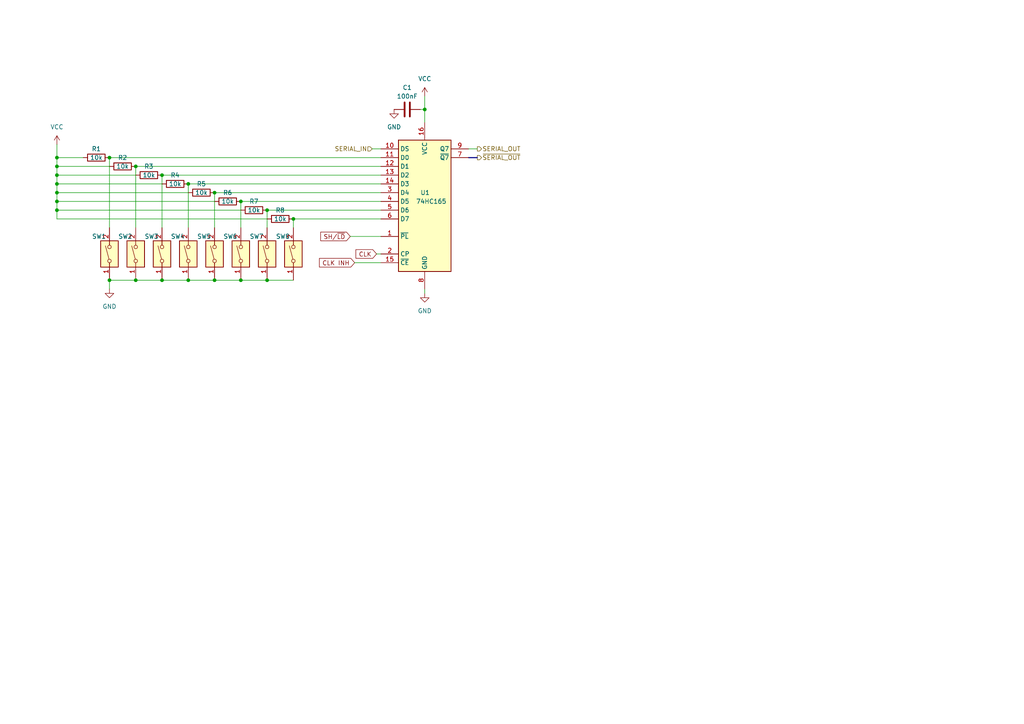
<source format=kicad_sch>
(kicad_sch (version 20230121) (generator eeschema)
  (paper "A4")
  (lib_symbols
    (symbol "74xx:74HC165"
      (property "Reference" "U" (at -7.62 19.05 0))
      (property "Value" "74HC165" (at -7.62 -21.59 0))
      (symbol "74HC165_1_0"
        (pin input line (at -12.7 -10.16 0) (length 5.08) (name "~{PL}") (number "1"))
        (pin input line (at -12.7 15.24 0) (length 5.08) (name "DS") (number "10"))
        (pin input line (at -12.7 12.7 0) (length 5.08) (name "D0") (number "11"))
        (pin input line (at -12.7 10.16 0) (length 5.08) (name "D1") (number "12"))
        (pin input line (at -12.7 7.62 0) (length 5.08) (name "D2") (number "13"))
        (pin input line (at -12.7 5.08 0) (length 5.08) (name "D3") (number "14"))
        (pin input line (at -12.7 -17.78 0) (length 5.08) (name "~{CE}") (number "15"))
        (pin power_in line (at 0 22.86 270) (length 5.08) (name "VCC") (number "16"))
        (pin input line (at -12.7 -15.24 0) (length 5.08) (name "CP") (number "2"))
        (pin input line (at -12.7 2.54 0) (length 5.08) (name "D4") (number "3"))
        (pin input line (at -12.7 0 0) (length 5.08) (name "D5") (number "4"))
        (pin input line (at -12.7 -2.54 0) (length 5.08) (name "D6") (number "5"))
        (pin input line (at -12.7 -5.08 0) (length 5.08) (name "D7") (number "6"))
        (pin output line (at 12.7 12.7 180) (length 5.08) (name "~{Q7}") (number "7"))
        (pin power_in line (at 0 -25.4 90) (length 5.08) (name "GND") (number "8"))
        (pin output line (at 12.7 15.24 180) (length 5.08) (name "Q7") (number "9"))
      )
      (symbol "74HC165_1_1"
        (rectangle (start -7.62 17.78) (end 7.62 -20.32) (stroke (width 0.254)) (fill (type background)))
      )
    )
    (symbol "Device:C" (pin_numbers hide) (pin_names (offset 0.254))
      (property "Reference" "C" (at 0.635 2.54 0))
      (property "Value" "C" (at 0.635 -2.54 0))
      (symbol "C_0_1"
        (polyline (pts (xy -2.032 -0.762) (xy 2.032 -0.762)) (stroke (width 0.508)))
        (polyline (pts (xy -2.032 0.762) (xy 2.032 0.762)) (stroke (width 0.508)))
      )
      (symbol "C_1_1"
        (pin passive line (at 0 3.81 270) (length 2.794) (name "~") (number "1"))
        (pin passive line (at 0 -3.81 90) (length 2.794) (name "~") (number "2"))
      )
    )
    (symbol "Device:R" (pin_numbers hide) (pin_names (offset 0))
      (property "Reference" "R" (at 2.032 0 90))
      (property "Value" "R" (at 0 0 90))
      (symbol "R_0_1"
        (rectangle (start -1.016 -2.54) (end 1.016 2.54) (stroke (width 0.254)))
      )
      (symbol "R_1_1"
        (pin passive line (at 0 3.81 270) (length 1.27) (name "~") (number "1"))
        (pin passive line (at 0 -3.81 90) (length 1.27) (name "~") (number "2"))
      )
    )
    (symbol "Switch:SW_DIP_x01" (pin_names (offset 0) hide)
      (property "Reference" "SW" (at 0 3.81 0))
      (property "Value" "SW_DIP_x01" (at 0 -3.81 0))
      (symbol "SW_DIP_x01_0_0"
        (circle (center -2.032 0) (radius 0.508))
        (polyline (pts (xy -1.524 0.127) (xy 2.3622 1.1684)))
        (circle (center 2.032 0) (radius 0.508))
      )
      (symbol "SW_DIP_x01_0_1"
        (rectangle (start -3.81 2.54) (end 3.81 -2.54) (stroke (width 0.254)) (fill (type background)))
      )
      (symbol "SW_DIP_x01_1_1"
        (pin passive line (at -7.62 0 0) (length 5.08) (name "~") (number "1"))
        (pin passive line (at 7.62 0 180) (length 5.08) (name "~") (number "2"))
      )
    )
    (symbol "power:GND" (power) (pin_names (offset 0))
      (property "Value" "GND" (at 0 -3.81 0))
      (symbol "GND_0_1"
        (polyline (pts (xy 0 0) (xy 0 -1.27) (xy 1.27 -1.27) (xy 0 -2.54) (xy -1.27 -1.27) (xy 0 -1.27)))
      )
      (symbol "GND_1_1"
        (pin power_in line (at 0 0 270) (length 0) hide (name "GND") (number "1"))
      )
    )
    (symbol "power:VCC" (power) (pin_names (offset 0))
      (property "Value" "VCC" (at 0 3.81 0))
      (symbol "VCC_0_1"
        (polyline (pts (xy -0.762 1.27) (xy 0 2.54)))
        (polyline (pts (xy 0 0) (xy 0 2.54)))
        (polyline (pts (xy 0 2.54) (xy 0.762 1.27)))
      )
      (symbol "VCC_1_1"
        (pin power_in line (at 0 0 90) (length 0) hide (name "VCC") (number "1"))
      )
    )
  )
  (junction (at 16.51 53.34))
  (junction (at 69.85 58.42))
  (junction (at 16.51 60.96))
  (junction (at 39.37 48.26))
  (junction (at 77.47 60.96))
  (junction (at 31.75 45.72))
  (junction (at 54.61 53.34))
  (junction (at 54.61 81.28))
  (junction (at 39.37 81.28))
  (junction (at 46.99 50.8))
  (junction (at 62.23 55.88))
  (junction (at 16.51 50.8))
  (junction (at 16.51 55.88))
  (junction (at 16.51 48.26))
  (junction (at 85.09 63.5))
  (junction (at 16.51 45.72))
  (junction (at 123.19 31.75))
  (junction (at 69.85 81.28))
  (junction (at 31.75 81.28))
  (junction (at 77.47 81.28))
  (junction (at 16.51 58.42))
  (junction (at 46.99 81.28))
  (junction (at 62.23 81.28))
  (wire (pts (xy 62.23 55.88) (xy 62.23 66.04)))
  (wire (pts (xy 16.51 50.8) (xy 16.51 53.34)))
  (wire (pts (xy 102.87 76.2) (xy 110.49 76.2)))
  (wire (pts (xy 16.51 55.88) (xy 16.51 58.42)))
  (wire (pts (xy 85.09 63.5) (xy 110.49 63.5)))
  (wire (pts (xy 31.75 45.72) (xy 31.75 66.04)))
  (wire (pts (xy 62.23 55.88) (xy 110.49 55.88)))
  (wire (pts (xy 69.85 81.28) (xy 77.47 81.28)))
  (wire (pts (xy 54.61 53.34) (xy 110.49 53.34)))
  (wire (pts (xy 135.89 43.18) (xy 138.43 43.18)))
  (wire (pts (xy 39.37 48.26) (xy 110.49 48.26)))
  (wire (pts (xy 16.51 45.72) (xy 16.51 48.26)))
  (wire (pts (xy 107.95 43.18) (xy 110.49 43.18)))
  (wire (pts (xy 16.51 58.42) (xy 16.51 60.96)))
  (wire (pts (xy 39.37 48.26) (xy 39.37 66.04)))
  (wire (pts (xy 77.47 81.28) (xy 85.09 81.28)))
  (wire (pts (xy 31.75 45.72) (xy 110.49 45.72)))
  (bus (pts (xy 135.89 45.72) (xy 138.43 45.72)))
  (wire (pts (xy 16.51 41.91) (xy 16.51 45.72)))
  (wire (pts (xy 46.99 50.8) (xy 46.99 66.04)))
  (wire (pts (xy 121.92 31.75) (xy 123.19 31.75)))
  (wire (pts (xy 62.23 58.42) (xy 16.51 58.42)))
  (wire (pts (xy 31.75 81.28) (xy 39.37 81.28)))
  (wire (pts (xy 85.09 63.5) (xy 85.09 66.04)))
  (wire (pts (xy 16.51 50.8) (xy 39.37 50.8)))
  (wire (pts (xy 16.51 48.26) (xy 31.75 48.26)))
  (wire (pts (xy 69.85 58.42) (xy 69.85 66.04)))
  (wire (pts (xy 46.99 81.28) (xy 54.61 81.28)))
  (wire (pts (xy 69.85 58.42) (xy 110.49 58.42)))
  (wire (pts (xy 77.47 60.96) (xy 110.49 60.96)))
  (wire (pts (xy 16.51 53.34) (xy 46.99 53.34)))
  (wire (pts (xy 54.61 81.28) (xy 62.23 81.28)))
  (wire (pts (xy 16.51 60.96) (xy 69.85 60.96)))
  (wire (pts (xy 101.6 68.58) (xy 110.49 68.58)))
  (wire (pts (xy 16.51 60.96) (xy 16.51 63.5)))
  (wire (pts (xy 16.51 48.26) (xy 16.51 50.8)))
  (wire (pts (xy 16.51 55.88) (xy 54.61 55.88)))
  (wire (pts (xy 77.47 60.96) (xy 77.47 66.04)))
  (wire (pts (xy 31.75 81.28) (xy 31.75 83.82)))
  (wire (pts (xy 54.61 53.34) (xy 54.61 66.04)))
  (wire (pts (xy 62.23 81.28) (xy 69.85 81.28)))
  (wire (pts (xy 46.99 50.8) (xy 110.49 50.8)))
  (wire (pts (xy 123.19 85.09) (xy 123.19 83.82)))
  (wire (pts (xy 16.51 45.72) (xy 24.13 45.72)))
  (wire (pts (xy 123.19 31.75) (xy 123.19 35.56)))
  (wire (pts (xy 39.37 81.28) (xy 46.99 81.28)))
  (wire (pts (xy 16.51 63.5) (xy 77.47 63.5)))
  (wire (pts (xy 16.51 53.34) (xy 16.51 55.88)))
  (wire (pts (xy 123.19 27.94) (xy 123.19 31.75)))
  (wire (pts (xy 110.49 73.66) (xy 109.22 73.66)))
  (global_label "CLK INH" (shape input) (at 102.87 76.2 180) (property "Intersheetrefs" "${INTERSHEET_REFS}" (effects hide)))
  (global_label "CLK" (shape input) (at 109.22 73.66 180) (property "Intersheetrefs" "${INTERSHEET_REFS}" (effects hide)))
  (global_label "SH{slash}~{LD}" (shape input) (at 101.6 68.58 180) (property "Intersheetrefs" "${INTERSHEET_REFS}" (effects hide)))
  (hierarchical_label "~{SERIAL_OUT}" (shape output) (at 138.43 45.72 0))
  (hierarchical_label "SERIAL_IN" (shape input) (at 107.95 43.18 180))
  (hierarchical_label "SERIAL_OUT" (shape output) (at 138.43 43.18 0))
  (symbol (lib_id "Switch:SW_DIP_x01") (at 39.37 73.66 90) (unit 1)
    (property "Reference" "SW2" (at 34.29 68.58 90) (effects (justify right)))
    (property "Footprint" "Button_Switch_Keyboard:SW_Cherry_MX_1.00u_PCB" (effects hide))
    (instances (project "ek_left_hand_24_buttons" (path "" (reference "SW2") (unit 1)) (path "" (reference "SW18") (unit 1)) (path "" (reference "SW10") (unit 1))))
  )
  (symbol (lib_id "Device:R") (at 27.94 45.72 90) (unit 1)
    (property "Reference" "R1" (at 27.94 43.18 90))
    (property "Value" "10k" (at 27.94 45.72 90))
    (property "Footprint" "Resistor_THT:R_Axial_DIN0207_L6.3mm_D2.5mm_P10.16mm_Horizontal" (effects hide))
    (instances (project "ek_left_hand_24_buttons" (path "" (reference "R1") (unit 1)) (path "" (reference "R17") (unit 1)) (path "" (reference "R9") (unit 1))))
  )
  (symbol (lib_id "Device:R") (at 73.66 60.96 90) (unit 1)
    (property "Reference" "R7" (at 73.66 58.42 90))
    (property "Value" "10k" (at 73.66 60.96 90))
    (property "Footprint" "Resistor_THT:R_Axial_DIN0207_L6.3mm_D2.5mm_P10.16mm_Horizontal" (effects hide))
    (instances (project "ek_left_hand_24_buttons" (path "" (reference "R7") (unit 1)) (path "" (reference "R23") (unit 1)) (path "" (reference "R15") (unit 1))))
  )
  (symbol (lib_id "Device:R") (at 43.18 50.8 90) (unit 1)
    (property "Reference" "R3" (at 43.18 48.26 90))
    (property "Value" "10k" (at 43.18 50.8 90))
    (property "Footprint" "Resistor_THT:R_Axial_DIN0207_L6.3mm_D2.5mm_P10.16mm_Horizontal" (effects hide))
    (instances (project "ek_left_hand_24_buttons" (path "" (reference "R3") (unit 1)) (path "" (reference "R19") (unit 1)) (path "" (reference "R11") (unit 1))))
  )
  (symbol (lib_id "Device:R") (at 66.04 58.42 90) (unit 1)
    (property "Reference" "R6" (at 66.04 55.88 90))
    (property "Value" "10k" (at 66.04 58.42 90))
    (property "Footprint" "Resistor_THT:R_Axial_DIN0207_L6.3mm_D2.5mm_P10.16mm_Horizontal" (effects hide))
    (instances (project "ek_left_hand_24_buttons" (path "" (reference "R6") (unit 1)) (path "" (reference "R22") (unit 1)) (path "" (reference "R14") (unit 1))))
  )
  (symbol (lib_id "power:GND") (at 114.3 31.75 0) (unit 1)
    (property "Reference" "#PWR06" (effects hide))
    (property "Value" "GND" (at 114.3 36.83 0))
    (instances (project "ek_left_hand_24_buttons" (path "" (reference "#PWR06") (unit 1)) (path "" (reference "#PWR011") (unit 1)) (path "" (reference "#PWR016") (unit 1))))
  )
  (symbol (lib_id "power:VCC") (at 16.51 41.91 0) (unit 1)
    (property "Reference" "#PWR07" (effects hide))
    (property "Value" "VCC" (at 16.51 36.83 0))
    (instances (project "ek_left_hand_24_buttons" (path "" (reference "#PWR07") (unit 1)) (path "" (reference "#PWR012") (unit 1)) (path "" (reference "#PWR017") (unit 1))))
  )
  (symbol (lib_id "Device:R") (at 50.8 53.34 90) (unit 1)
    (property "Reference" "R4" (at 50.8 50.8 90))
    (property "Value" "10k" (at 50.8 53.34 90))
    (property "Footprint" "Resistor_THT:R_Axial_DIN0207_L6.3mm_D2.5mm_P10.16mm_Horizontal" (effects hide))
    (instances (project "ek_left_hand_24_buttons" (path "" (reference "R4") (unit 1)) (path "" (reference "R20") (unit 1)) (path "" (reference "R12") (unit 1))))
  )
  (symbol (lib_id "Device:C") (at 118.11 31.75 270) (unit 1)
    (property "Reference" "C1" (at 118.11 25.4 90))
    (property "Value" "100nF" (at 118.11 27.94 90))
    (property "Footprint" "Capacitor_THT:C_Rect_L7.0mm_W2.5mm_P5.00mm" (effects hide))
    (instances (project "ek_left_hand_24_buttons" (path "" (reference "C1") (unit 1)) (path "" (reference "C3") (unit 1)) (path "" (reference "C2") (unit 1))))
  )
  (symbol (lib_id "Switch:SW_DIP_x01") (at 85.09 73.66 90) (unit 1)
    (property "Reference" "SW8" (at 80.01 68.58 90) (effects (justify right)))
    (property "Footprint" "Button_Switch_Keyboard:SW_Cherry_MX_1.00u_PCB" (effects hide))
    (instances (project "ek_left_hand_24_buttons" (path "" (reference "SW8") (unit 1)) (path "" (reference "SW24") (unit 1)) (path "" (reference "SW16") (unit 1))))
  )
  (symbol (lib_id "Device:R") (at 58.42 55.88 90) (unit 1)
    (property "Reference" "R5" (at 58.42 53.34 90))
    (property "Value" "10k" (at 58.42 55.88 90))
    (property "Footprint" "Resistor_THT:R_Axial_DIN0207_L6.3mm_D2.5mm_P10.16mm_Horizontal" (effects hide))
    (instances (project "ek_left_hand_24_buttons" (path "" (reference "R5") (unit 1)) (path "" (reference "R21") (unit 1)) (path "" (reference "R13") (unit 1))))
  )
  (symbol (lib_id "power:GND") (at 31.75 83.82 0) (unit 1)
    (property "Reference" "#PWR08" (effects hide))
    (property "Value" "GND" (at 31.75 88.9 0))
    (instances (project "ek_left_hand_24_buttons" (path "" (reference "#PWR08") (unit 1)) (path "" (reference "#PWR013") (unit 1)) (path "" (reference "#PWR018") (unit 1))))
  )
  (symbol (lib_id "power:GND") (at 123.19 85.09 0) (unit 1)
    (property "Reference" "#PWR09" (effects hide))
    (property "Value" "GND" (at 123.19 90.17 0))
    (instances (project "ek_left_hand_24_buttons" (path "" (reference "#PWR09") (unit 1)) (path "" (reference "#PWR014") (unit 1)) (path "" (reference "#PWR019") (unit 1))))
  )
  (symbol (lib_id "power:VCC") (at 123.19 27.94 0) (unit 1)
    (property "Reference" "#PWR05" (effects hide))
    (property "Value" "VCC" (at 123.19 22.86 0))
    (instances (project "ek_left_hand_24_buttons" (path "" (reference "#PWR05") (unit 1)) (path "" (reference "#PWR010") (unit 1)) (path "" (reference "#PWR015") (unit 1))))
  )
  (symbol (lib_id "Switch:SW_DIP_x01") (at 69.85 73.66 90) (unit 1)
    (property "Reference" "SW6" (at 64.77 68.58 90) (effects (justify right)))
    (property "Footprint" "Button_Switch_Keyboard:SW_Cherry_MX_1.00u_PCB" (effects hide))
    (instances (project "ek_left_hand_24_buttons" (path "" (reference "SW6") (unit 1)) (path "" (reference "SW22") (unit 1)) (path "" (reference "SW14") (unit 1))))
  )
  (symbol (lib_id "Switch:SW_DIP_x01") (at 54.61 73.66 90) (unit 1)
    (property "Reference" "SW4" (at 49.53 68.58 90) (effects (justify right)))
    (property "Footprint" "Button_Switch_Keyboard:SW_Cherry_MX_1.00u_PCB" (effects hide))
    (instances (project "ek_left_hand_24_buttons" (path "" (reference "SW4") (unit 1)) (path "" (reference "SW20") (unit 1)) (path "" (reference "SW12") (unit 1))))
  )
  (symbol (lib_id "Switch:SW_DIP_x01") (at 62.23 73.66 90) (unit 1)
    (property "Reference" "SW5" (at 57.15 68.58 90) (effects (justify right)))
    (property "Footprint" "Button_Switch_Keyboard:SW_Cherry_MX_1.00u_PCB" (effects hide))
    (instances (project "ek_left_hand_24_buttons" (path "" (reference "SW5") (unit 1)) (path "" (reference "SW21") (unit 1)) (path "" (reference "SW13") (unit 1))))
  )
  (symbol (lib_id "Device:R") (at 81.28 63.5 90) (unit 1)
    (property "Reference" "R8" (at 81.28 60.96 90))
    (property "Value" "10k" (at 81.28 63.5 90))
    (property "Footprint" "Resistor_THT:R_Axial_DIN0207_L6.3mm_D2.5mm_P10.16mm_Horizontal" (effects hide))
    (instances (project "ek_left_hand_24_buttons" (path "" (reference "R8") (unit 1)) (path "" (reference "R24") (unit 1)) (path "" (reference "R16") (unit 1))))
  )
  (symbol (lib_id "Switch:SW_DIP_x01") (at 77.47 73.66 90) (unit 1)
    (property "Reference" "SW7" (at 72.39 68.58 90) (effects (justify right)))
    (property "Footprint" "Button_Switch_Keyboard:SW_Cherry_MX_1.00u_PCB" (effects hide))
    (instances (project "ek_left_hand_24_buttons" (path "" (reference "SW7") (unit 1)) (path "" (reference "SW23") (unit 1)) (path "" (reference "SW15") (unit 1))))
  )
  (symbol (lib_id "Switch:SW_DIP_x01") (at 46.99 73.66 90) (unit 1)
    (property "Reference" "SW3" (at 41.91 68.58 90) (effects (justify right)))
    (property "Footprint" "Button_Switch_Keyboard:SW_Cherry_MX_1.00u_PCB" (effects hide))
    (instances (project "ek_left_hand_24_buttons" (path "" (reference "SW3") (unit 1)) (path "" (reference "SW19") (unit 1)) (path "" (reference "SW11") (unit 1))))
  )
  (symbol (lib_id "Switch:SW_DIP_x01") (at 31.75 73.66 90) (unit 1)
    (property "Reference" "SW1" (at 26.67 68.58 90) (effects (justify right)))
    (property "Footprint" "Button_Switch_Keyboard:SW_Cherry_MX_1.00u_PCB" (effects hide))
    (instances (project "ek_left_hand_24_buttons" (path "" (reference "SW1") (unit 1)) (path "" (reference "SW17") (unit 1)) (path "" (reference "SW9") (unit 1))))
  )
  (symbol (lib_id "74xx:74HC165") (at 123.19 58.42 0) (unit 1)
    (property "Reference" "U1" (at 121.92 55.88 0) (effects (justify left)))
    (property "Value" "74HC165" (at 120.65 58.42 0) (effects (justify left)))
    (property "Footprint" "Package_DIP:DIP-16_W7.62mm" (effects hide))
    (property "Datasheet" "https://assets.nexperia.com/documents/data-sheet/74HC_HCT165.pdf" (effects hide))
    (instances (project "ek_left_hand_24_buttons" (path "" (reference "U1") (unit 1)) (path "" (reference "U3") (unit 1)) (path "" (reference "U2") (unit 1))))
  )
  (symbol (lib_id "Device:R") (at 35.56 48.26 90) (unit 1)
    (property "Reference" "R2" (at 35.56 45.72 90))
    (property "Value" "10k" (at 35.56 48.26 90))
    (property "Footprint" "Resistor_THT:R_Axial_DIN0207_L6.3mm_D2.5mm_P10.16mm_Horizontal" (effects hide))
    (instances (project "ek_left_hand_24_buttons" (path "" (reference "R2") (unit 1)) (path "" (reference "R18") (unit 1)) (path "" (reference "R10") (unit 1))))
  )
)
</source>
